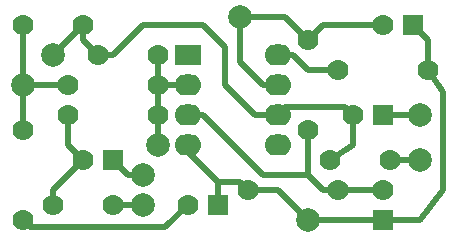
<source format=gbl>
G04 #@! TF.FileFunction,Copper,L2,Bot,Signal*
%FSLAX46Y46*%
G04 Gerber Fmt 4.6, Leading zero omitted, Abs format (unit mm)*
G04 Created by KiCad (PCBNEW (2014-10-31 BZR 5247)-product) date sam. 01 nov. 2014 21:35:31 CET*
%MOMM*%
G01*
G04 APERTURE LIST*
%ADD10C,0.100000*%
%ADD11C,1.778000*%
%ADD12R,1.778000X1.778000*%
%ADD13R,2.286000X1.778000*%
%ADD14O,2.286000X1.778000*%
%ADD15C,1.998980*%
%ADD16C,0.508000*%
G04 APERTURE END LIST*
D10*
D11*
X134620000Y-57150000D03*
D12*
X137160000Y-57150000D03*
D11*
X137160000Y-60960000D03*
X132080000Y-60960000D03*
X135890000Y-48260000D03*
X140970000Y-48260000D03*
X155575000Y-57150000D03*
X160655000Y-57150000D03*
X134620000Y-45720000D03*
X129540000Y-45720000D03*
X157480000Y-53340000D03*
D12*
X160020000Y-53340000D03*
D11*
X160020000Y-59690000D03*
D12*
X160020000Y-62230000D03*
D11*
X160020000Y-45720000D03*
D12*
X162560000Y-45720000D03*
D11*
X143510000Y-60960000D03*
D12*
X146050000Y-60960000D03*
D11*
X140970000Y-53340000D03*
X133350000Y-53340000D03*
X133350000Y-50800000D03*
X140970000Y-50800000D03*
X156210000Y-49530000D03*
X163830000Y-49530000D03*
X129540000Y-54610000D03*
X129540000Y-62230000D03*
X153670000Y-46990000D03*
X153670000Y-54610000D03*
X156210000Y-59690000D03*
X148590000Y-59690000D03*
D13*
X143510000Y-48260000D03*
D14*
X143510000Y-50800000D03*
X143510000Y-53340000D03*
X143510000Y-55880000D03*
X151130000Y-55880000D03*
X151130000Y-53340000D03*
X151130000Y-50800000D03*
X151130000Y-48260000D03*
D15*
X139700000Y-58420000D03*
X139700000Y-60960000D03*
X140970000Y-55880000D03*
X163195000Y-57150000D03*
X129540000Y-50800000D03*
X132080000Y-48260000D03*
X163195000Y-53340000D03*
X147955000Y-45085000D03*
X153670000Y-62230000D03*
D16*
X133350000Y-55880000D02*
X134620000Y-57150000D01*
X133350000Y-53340000D02*
X133350000Y-55880000D01*
X132080000Y-59690000D02*
X134620000Y-57150000D01*
X132080000Y-60960000D02*
X132080000Y-59690000D01*
X155575000Y-57150000D02*
X157480000Y-55880000D01*
X157480000Y-55880000D02*
X157480000Y-53340000D01*
X156845000Y-52705000D02*
X157480000Y-53340000D01*
X151765000Y-52705000D02*
X156845000Y-52705000D01*
X151130000Y-53340000D02*
X151765000Y-52705000D01*
X132080000Y-48260000D02*
X134620000Y-45720000D01*
X134620000Y-46990000D02*
X135890000Y-48260000D01*
X134620000Y-45720000D02*
X134620000Y-46990000D01*
X137160000Y-48260000D02*
X139700000Y-45720000D01*
X139700000Y-45720000D02*
X144780000Y-45720000D01*
X144780000Y-45720000D02*
X146685000Y-47625000D01*
X146685000Y-47625000D02*
X146685000Y-50800000D01*
X146685000Y-50800000D02*
X149225000Y-53340000D01*
X149225000Y-53340000D02*
X151130000Y-53340000D01*
X135890000Y-48260000D02*
X137160000Y-48260000D01*
X140970000Y-48260000D02*
X140970000Y-50800000D01*
X140970000Y-50800000D02*
X143510000Y-50800000D01*
X140970000Y-50800000D02*
X140970000Y-53340000D01*
X140970000Y-53340000D02*
X140970000Y-55880000D01*
X129540000Y-45720000D02*
X129540000Y-50800000D01*
X129540000Y-54610000D02*
X129540000Y-50800000D01*
X129540000Y-50800000D02*
X133350000Y-50800000D01*
X156210000Y-59690000D02*
X160020000Y-59690000D01*
X154940000Y-59690000D02*
X153670000Y-58420000D01*
X153670000Y-58420000D02*
X153670000Y-54610000D01*
X156210000Y-59690000D02*
X154940000Y-59690000D01*
X149860000Y-58420000D02*
X144780000Y-53340000D01*
X144780000Y-53340000D02*
X143510000Y-53340000D01*
X153670000Y-58420000D02*
X149860000Y-58420000D01*
X163830000Y-46990000D02*
X163830000Y-49530000D01*
X162560000Y-45720000D02*
X163830000Y-46990000D01*
X160020000Y-62230000D02*
X153670000Y-62230000D01*
X163195000Y-62230000D02*
X165100000Y-59690000D01*
X165100000Y-59690000D02*
X165100000Y-51435000D01*
X165100000Y-51435000D02*
X163830000Y-49530000D01*
X160020000Y-62230000D02*
X163195000Y-62230000D01*
X146050000Y-59055000D02*
X146050000Y-60960000D01*
X143510000Y-56515000D02*
X146050000Y-59055000D01*
X143510000Y-55880000D02*
X143510000Y-56515000D01*
X147955000Y-59055000D02*
X148590000Y-59690000D01*
X146050000Y-59055000D02*
X147955000Y-59055000D01*
X151130000Y-59690000D02*
X153670000Y-62230000D01*
X148590000Y-59690000D02*
X151130000Y-59690000D01*
X149860000Y-50800000D02*
X147955000Y-48895000D01*
X147955000Y-48895000D02*
X147955000Y-48260000D01*
X147955000Y-48260000D02*
X147955000Y-45085000D01*
X151130000Y-50800000D02*
X149860000Y-50800000D01*
X154940000Y-45720000D02*
X160020000Y-45720000D01*
X153670000Y-46990000D02*
X154940000Y-45720000D01*
X151765000Y-45085000D02*
X147955000Y-45085000D01*
X153670000Y-46990000D02*
X151765000Y-45085000D01*
X130175000Y-62865000D02*
X141605000Y-62865000D01*
X141605000Y-62865000D02*
X143510000Y-60960000D01*
X129540000Y-62230000D02*
X130175000Y-62865000D01*
X153670000Y-49530000D02*
X152400000Y-48260000D01*
X152400000Y-48260000D02*
X151130000Y-48260000D01*
X156210000Y-49530000D02*
X153670000Y-49530000D01*
X138430000Y-58420000D02*
X137160000Y-57150000D01*
X139700000Y-58420000D02*
X138430000Y-58420000D01*
X137160000Y-60960000D02*
X139700000Y-60960000D01*
X160655000Y-57150000D02*
X163195000Y-57150000D01*
X160020000Y-53340000D02*
X163195000Y-53340000D01*
M02*

</source>
